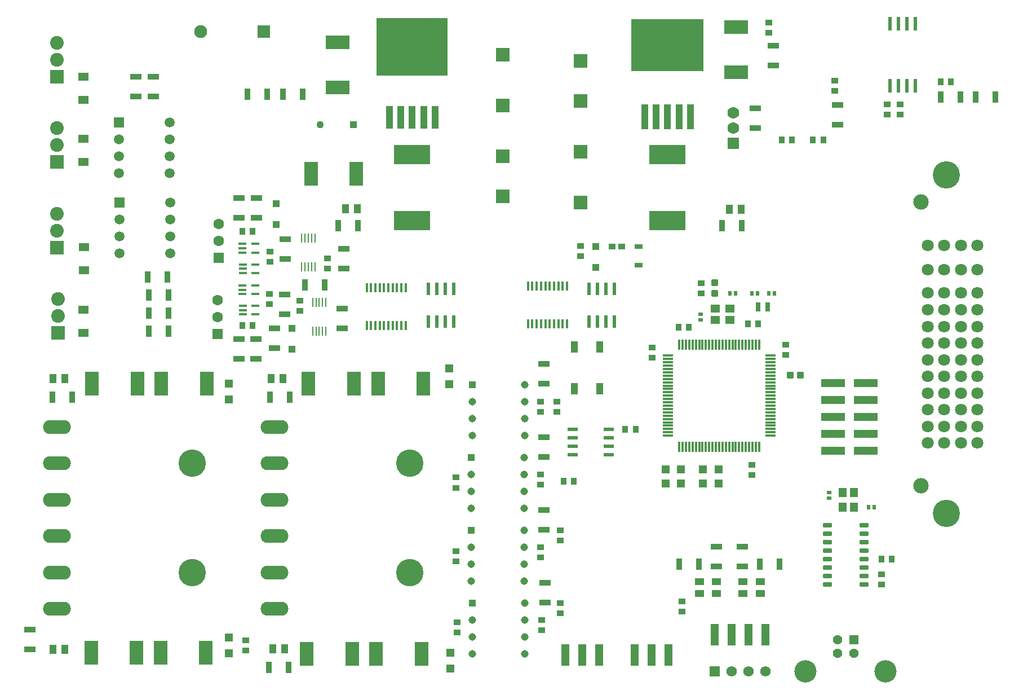
<source format=gbr>
%TF.GenerationSoftware,Altium Limited,Altium Designer,22.2.1 (43)*%
G04 Layer_Color=255*
%FSLAX44Y44*%
%MOMM*%
%TF.SameCoordinates,040CE2E0-B857-4D47-B26F-9B72162B56B4*%
%TF.FilePolarity,Positive*%
%TF.FileFunction,Pads,Top*%
%TF.Part,Single*%
G01*
G75*
%TA.AperFunction,SMDPad,CuDef*%
%ADD10R,0.3556X1.4732*%
G04:AMPARAMS|DCode=11|XSize=0.28mm|YSize=1.56mm|CornerRadius=0.035mm|HoleSize=0mm|Usage=FLASHONLY|Rotation=270.000|XOffset=0mm|YOffset=0mm|HoleType=Round|Shape=RoundedRectangle|*
%AMROUNDEDRECTD11*
21,1,0.2800,1.4900,0,0,270.0*
21,1,0.2100,1.5600,0,0,270.0*
1,1,0.0700,-0.7450,-0.1050*
1,1,0.0700,-0.7450,0.1050*
1,1,0.0700,0.7450,0.1050*
1,1,0.0700,0.7450,-0.1050*
%
%ADD11ROUNDEDRECTD11*%
G04:AMPARAMS|DCode=12|XSize=1.56mm|YSize=0.28mm|CornerRadius=0.035mm|HoleSize=0mm|Usage=FLASHONLY|Rotation=270.000|XOffset=0mm|YOffset=0mm|HoleType=Round|Shape=RoundedRectangle|*
%AMROUNDEDRECTD12*
21,1,1.5600,0.2100,0,0,270.0*
21,1,1.4900,0.2800,0,0,270.0*
1,1,0.0700,-0.1050,-0.7450*
1,1,0.0700,-0.1050,0.7450*
1,1,0.0700,0.1050,0.7450*
1,1,0.0700,0.1050,-0.7450*
%
%ADD12ROUNDEDRECTD12*%
%TA.AperFunction,ConnectorPad*%
%ADD13R,1.2700X3.1750*%
%TA.AperFunction,SMDPad,CuDef*%
%ADD14R,1.1000X1.4500*%
%ADD15R,1.2000X0.8000*%
%ADD16R,0.9800X0.9200*%
%ADD17R,1.0900X1.0800*%
%ADD18R,1.0000X0.9700*%
%ADD19R,1.2700X3.1800*%
%ADD20R,1.0000X1.7000*%
%ADD21R,0.5588X1.9812*%
%ADD22R,0.9200X0.9800*%
%ADD23R,1.1500X1.1500*%
%ADD24R,1.7300X0.9700*%
%ADD25R,0.2800X1.4700*%
%ADD26R,0.9700X1.7300*%
G04:AMPARAMS|DCode=27|XSize=1.19mm|YSize=0.4mm|CornerRadius=0.05mm|HoleSize=0mm|Usage=FLASHONLY|Rotation=0.000|XOffset=0mm|YOffset=0mm|HoleType=Round|Shape=RoundedRectangle|*
%AMROUNDEDRECTD27*
21,1,1.1900,0.3000,0,0,0.0*
21,1,1.0900,0.4000,0,0,0.0*
1,1,0.1000,0.5450,-0.1500*
1,1,0.1000,-0.5450,-0.1500*
1,1,0.1000,-0.5450,0.1500*
1,1,0.1000,0.5450,0.1500*
%
%ADD27ROUNDEDRECTD27*%
%ADD28R,0.5700X2.0200*%
%ADD29R,5.4000X2.9000*%
%ADD30R,2.0000X3.6000*%
%ADD31R,2.0000X2.0000*%
%ADD32R,3.6000X2.0000*%
%ADD33R,0.6400X0.6000*%
%ADD34R,0.6000X0.6400*%
G04:AMPARAMS|DCode=35|XSize=0.94mm|YSize=1.02mm|CornerRadius=0.094mm|HoleSize=0mm|Usage=FLASHONLY|Rotation=270.000|XOffset=0mm|YOffset=0mm|HoleType=Round|Shape=RoundedRectangle|*
%AMROUNDEDRECTD35*
21,1,0.9400,0.8320,0,0,270.0*
21,1,0.7520,1.0200,0,0,270.0*
1,1,0.1880,-0.4160,-0.3760*
1,1,0.1880,-0.4160,0.3760*
1,1,0.1880,0.4160,0.3760*
1,1,0.1880,0.4160,-0.3760*
%
%ADD35ROUNDEDRECTD35*%
%ADD36R,0.7500X1.4000*%
G04:AMPARAMS|DCode=37|XSize=0.94mm|YSize=1.02mm|CornerRadius=0.094mm|HoleSize=0mm|Usage=FLASHONLY|Rotation=180.000|XOffset=0mm|YOffset=0mm|HoleType=Round|Shape=RoundedRectangle|*
%AMROUNDEDRECTD37*
21,1,0.9400,0.8320,0,0,180.0*
21,1,0.7520,1.0200,0,0,180.0*
1,1,0.1880,-0.3760,0.4160*
1,1,0.1880,0.3760,0.4160*
1,1,0.1880,0.3760,-0.4160*
1,1,0.1880,-0.3760,-0.4160*
%
%ADD37ROUNDEDRECTD37*%
%ADD38R,3.6800X1.2700*%
%ADD39R,1.2000X1.4000*%
G04:AMPARAMS|DCode=40|XSize=1.31mm|YSize=0.62mm|CornerRadius=0.0775mm|HoleSize=0mm|Usage=FLASHONLY|Rotation=180.000|XOffset=0mm|YOffset=0mm|HoleType=Round|Shape=RoundedRectangle|*
%AMROUNDEDRECTD40*
21,1,1.3100,0.4650,0,0,180.0*
21,1,1.1550,0.6200,0,0,180.0*
1,1,0.1550,-0.5775,0.2325*
1,1,0.1550,0.5775,0.2325*
1,1,0.1550,0.5775,-0.2325*
1,1,0.1550,-0.5775,-0.2325*
%
%ADD40ROUNDEDRECTD40*%
%ADD41R,1.5600X0.6200*%
%ADD42R,0.9900X3.7900*%
%ADD43R,10.8400X7.8800*%
%ADD44R,1.0000X3.4000*%
%ADD45R,10.7000X8.6000*%
%ADD46R,1.5000X1.2500*%
%ADD47R,1.1500X1.1500*%
%ADD48R,1.4500X1.1000*%
%ADD49R,1.4000X1.2000*%
%TA.AperFunction,ComponentPad*%
%ADD56C,4.0894*%
%ADD57C,2.3114*%
%ADD58C,1.8034*%
%ADD59C,1.5600*%
%ADD60R,1.5600X1.5600*%
%ADD61C,1.9500*%
%ADD62R,1.9500X1.9500*%
%ADD63C,1.1400*%
%ADD64R,1.1400X1.1400*%
%ADD65C,4.1148*%
%ADD66O,4.1910X2.0955*%
%ADD67C,1.7700*%
%ADD68R,1.7700X1.7700*%
%ADD69C,1.6050*%
%ADD70R,1.6050X1.6050*%
%ADD71C,1.4986*%
%ADD72R,1.4986X1.4986*%
%ADD73R,1.1000X1.1000*%
%ADD74C,1.1000*%
%ADD75C,2.0550*%
%ADD76R,2.0550X2.0550*%
%ADD77R,1.4280X1.4280*%
%ADD78C,1.4280*%
%ADD79C,3.3460*%
D10*
X783844Y851408D02*
D03*
X790194D02*
D03*
X796798D02*
D03*
X803402D02*
D03*
X809752D02*
D03*
X816356D02*
D03*
X822706D02*
D03*
X829310D02*
D03*
X835914D02*
D03*
X842264D02*
D03*
Y795020D02*
D03*
X835914D02*
D03*
X829310D02*
D03*
X822706D02*
D03*
X816356D02*
D03*
X809752D02*
D03*
X803402D02*
D03*
X796798D02*
D03*
X790194D02*
D03*
X783844D02*
D03*
X1026160Y797306D02*
D03*
X1032510D02*
D03*
X1039114D02*
D03*
X1045718D02*
D03*
X1052068D02*
D03*
X1058672D02*
D03*
X1065022D02*
D03*
X1071626D02*
D03*
X1078230D02*
D03*
X1084580D02*
D03*
Y853694D02*
D03*
X1078230D02*
D03*
X1071626D02*
D03*
X1065022D02*
D03*
X1058672D02*
D03*
X1052068D02*
D03*
X1045718D02*
D03*
X1039114D02*
D03*
X1032510D02*
D03*
X1026160D02*
D03*
D11*
X1236380Y749610D02*
D03*
Y744610D02*
D03*
Y739610D02*
D03*
Y734610D02*
D03*
Y729610D02*
D03*
Y724610D02*
D03*
Y719610D02*
D03*
Y714610D02*
D03*
Y709610D02*
D03*
Y704610D02*
D03*
Y699610D02*
D03*
Y694610D02*
D03*
Y689610D02*
D03*
Y684610D02*
D03*
Y679610D02*
D03*
Y674610D02*
D03*
Y669610D02*
D03*
Y664610D02*
D03*
Y659610D02*
D03*
Y654610D02*
D03*
Y649610D02*
D03*
Y644610D02*
D03*
Y639610D02*
D03*
Y634610D02*
D03*
Y629610D02*
D03*
X1389980D02*
D03*
Y634610D02*
D03*
Y639610D02*
D03*
Y644610D02*
D03*
Y649610D02*
D03*
Y654610D02*
D03*
Y659610D02*
D03*
Y664610D02*
D03*
Y669610D02*
D03*
Y674610D02*
D03*
Y679610D02*
D03*
Y684610D02*
D03*
Y689610D02*
D03*
Y694610D02*
D03*
Y699610D02*
D03*
Y704610D02*
D03*
Y709610D02*
D03*
Y714610D02*
D03*
Y719610D02*
D03*
Y724610D02*
D03*
Y729610D02*
D03*
Y734610D02*
D03*
Y739610D02*
D03*
Y744610D02*
D03*
Y749610D02*
D03*
D12*
X1373180Y766410D02*
D03*
X1368180D02*
D03*
X1363180D02*
D03*
X1358180D02*
D03*
X1353180D02*
D03*
X1348180D02*
D03*
X1343180D02*
D03*
X1338180D02*
D03*
X1333180D02*
D03*
X1328180D02*
D03*
X1323180D02*
D03*
X1318180D02*
D03*
X1313180D02*
D03*
X1308180D02*
D03*
X1303180D02*
D03*
X1298180D02*
D03*
X1293180D02*
D03*
X1288180D02*
D03*
X1283180D02*
D03*
X1278180D02*
D03*
X1273180D02*
D03*
X1268180D02*
D03*
X1263180D02*
D03*
X1258180D02*
D03*
X1253180D02*
D03*
Y612810D02*
D03*
X1258180D02*
D03*
X1263180D02*
D03*
X1268180D02*
D03*
X1273180D02*
D03*
X1278180D02*
D03*
X1283180D02*
D03*
X1288180D02*
D03*
X1293180D02*
D03*
X1298180D02*
D03*
X1303180D02*
D03*
X1308180D02*
D03*
X1313180D02*
D03*
X1318180D02*
D03*
X1323180D02*
D03*
X1328180D02*
D03*
X1333180D02*
D03*
X1338180D02*
D03*
X1343180D02*
D03*
X1348180D02*
D03*
X1353180D02*
D03*
X1358180D02*
D03*
X1363180D02*
D03*
X1368180D02*
D03*
X1373180D02*
D03*
D13*
X1383030Y330700D02*
D03*
X1357630D02*
D03*
X1332230D02*
D03*
X1306830D02*
D03*
D14*
X1328310Y969010D02*
D03*
X1346310D02*
D03*
X769730Y970280D02*
D03*
X751730D02*
D03*
X639970Y715010D02*
D03*
X657970D02*
D03*
X312310D02*
D03*
X330310D02*
D03*
X330420Y308610D02*
D03*
X312420D02*
D03*
X660510Y309880D02*
D03*
X642510D02*
D03*
D15*
X1192530Y885190D02*
D03*
Y913190D02*
D03*
D16*
X1104900Y899030D02*
D03*
Y914530D02*
D03*
X683260Y831980D02*
D03*
Y816480D02*
D03*
X637540Y842140D02*
D03*
Y826640D02*
D03*
X725170Y879980D02*
D03*
Y895480D02*
D03*
X638810Y905640D02*
D03*
Y890140D02*
D03*
X1584960Y1111120D02*
D03*
Y1126620D02*
D03*
X1565910Y1111120D02*
D03*
Y1126620D02*
D03*
X1362710Y585600D02*
D03*
Y570100D02*
D03*
X1388110Y1249810D02*
D03*
Y1234310D02*
D03*
X1487170Y1146680D02*
D03*
Y1162180D02*
D03*
X1286510Y843150D02*
D03*
Y858650D02*
D03*
X1413510Y765940D02*
D03*
Y750440D02*
D03*
X1557020Y406270D02*
D03*
Y421770D02*
D03*
X601980Y307210D02*
D03*
Y322710D02*
D03*
X1045210Y556130D02*
D03*
Y571630D02*
D03*
X1074420Y472310D02*
D03*
Y487810D02*
D03*
X1045210Y462410D02*
D03*
Y446910D02*
D03*
X1046480Y353190D02*
D03*
Y337690D02*
D03*
X1074420Y363090D02*
D03*
Y378590D02*
D03*
X1257300Y381130D02*
D03*
Y365630D02*
D03*
X918210Y440690D02*
D03*
Y456190D02*
D03*
X1212850Y762130D02*
D03*
Y746630D02*
D03*
X1045210Y665350D02*
D03*
Y680850D02*
D03*
X1069340D02*
D03*
Y665350D02*
D03*
X919480Y333880D02*
D03*
Y349380D02*
D03*
X918210Y551180D02*
D03*
Y566680D02*
D03*
D17*
X1127760Y882140D02*
D03*
Y913640D02*
D03*
X671830Y758950D02*
D03*
Y790450D02*
D03*
X647700Y977650D02*
D03*
Y946150D02*
D03*
D18*
X1166860Y913130D02*
D03*
X1152160D02*
D03*
D19*
X1186180Y300450D02*
D03*
X1211580D02*
D03*
X1236980D02*
D03*
X1132840D02*
D03*
X1107440D02*
D03*
X1082040D02*
D03*
D20*
X1134060Y763020D02*
D03*
Y700020D02*
D03*
X1096060D02*
D03*
Y763020D02*
D03*
D21*
X1155700Y800862D02*
D03*
X1143000D02*
D03*
X1130300D02*
D03*
X1117600D02*
D03*
Y850138D02*
D03*
X1130300D02*
D03*
X1143000D02*
D03*
X1155700D02*
D03*
X876300D02*
D03*
X889000D02*
D03*
X901700D02*
D03*
X914400D02*
D03*
Y800862D02*
D03*
X901700D02*
D03*
X889000D02*
D03*
X876300D02*
D03*
D22*
X1556890Y444500D02*
D03*
X1572390D02*
D03*
X1094870Y561340D02*
D03*
X1079370D02*
D03*
X612270Y935990D02*
D03*
X596770D02*
D03*
X1645920Y1160780D02*
D03*
X1661420D02*
D03*
X1454020Y1073150D02*
D03*
X1469520D02*
D03*
X1422530D02*
D03*
X1407030D02*
D03*
X1267590Y792480D02*
D03*
X1252090D02*
D03*
X1356230Y797560D02*
D03*
X1371730D02*
D03*
X1172080Y638810D02*
D03*
X1187580D02*
D03*
X596770Y795020D02*
D03*
X612270D02*
D03*
D23*
X1312230Y557530D02*
D03*
X1288730D02*
D03*
Y579120D02*
D03*
X1312230D02*
D03*
X1232530D02*
D03*
X1256030D02*
D03*
Y557530D02*
D03*
X1232530D02*
D03*
D24*
X746760Y819980D02*
D03*
Y790380D02*
D03*
X660400Y841570D02*
D03*
Y811970D02*
D03*
X749300Y909710D02*
D03*
Y880110D02*
D03*
X661670Y924120D02*
D03*
Y894520D02*
D03*
X1490980Y1126050D02*
D03*
Y1096450D02*
D03*
X1367790Y1120970D02*
D03*
Y1091370D02*
D03*
X1394460Y1185350D02*
D03*
Y1214950D02*
D03*
X1050290Y707390D02*
D03*
Y736990D02*
D03*
X645160Y790770D02*
D03*
Y761170D02*
D03*
X617220Y774260D02*
D03*
Y744660D02*
D03*
X591820D02*
D03*
Y774260D02*
D03*
X618490Y986350D02*
D03*
Y956750D02*
D03*
X591820Y986350D02*
D03*
Y956750D02*
D03*
X463550Y1138360D02*
D03*
Y1167960D02*
D03*
X436880Y1138360D02*
D03*
Y1167960D02*
D03*
X278130Y338650D02*
D03*
Y309050D02*
D03*
X1050290Y597340D02*
D03*
Y626940D02*
D03*
Y488120D02*
D03*
Y517720D02*
D03*
X1051560Y378900D02*
D03*
Y408500D02*
D03*
X1348280Y463220D02*
D03*
Y433620D02*
D03*
X1308910Y463220D02*
D03*
Y433620D02*
D03*
D25*
X702470Y829220D02*
D03*
X707470D02*
D03*
X712470D02*
D03*
X717470D02*
D03*
X722470D02*
D03*
Y786220D02*
D03*
X717470D02*
D03*
X712470D02*
D03*
X707470D02*
D03*
X702470D02*
D03*
X705960Y882740D02*
D03*
X700960D02*
D03*
X695960D02*
D03*
X690960D02*
D03*
X685960D02*
D03*
Y925740D02*
D03*
X690960D02*
D03*
X695960D02*
D03*
X700960D02*
D03*
X705960D02*
D03*
D26*
X720920Y855980D02*
D03*
X691320D02*
D03*
X1698430Y1137920D02*
D03*
X1728030D02*
D03*
X1675960D02*
D03*
X1646360D02*
D03*
X740850Y944880D02*
D03*
X770450D02*
D03*
X1347030D02*
D03*
X1317430D02*
D03*
X658300Y1141730D02*
D03*
X687900D02*
D03*
X604960D02*
D03*
X634560D02*
D03*
X668410Y687070D02*
D03*
X638810D02*
D03*
X311590D02*
D03*
X341190D02*
D03*
X636710Y281940D02*
D03*
X666310D02*
D03*
X1404180Y436990D02*
D03*
X1374580D02*
D03*
X1253470Y436990D02*
D03*
X1283070D02*
D03*
X456370Y786130D02*
D03*
X485970D02*
D03*
Y840317D02*
D03*
X456370D02*
D03*
X485970Y813223D02*
D03*
X456370D02*
D03*
X455100Y867410D02*
D03*
X484700D02*
D03*
D27*
X616660Y824380D02*
D03*
Y811380D02*
D03*
X597460D02*
D03*
Y817880D02*
D03*
Y824380D02*
D03*
X616100Y854860D02*
D03*
Y841860D02*
D03*
X596900D02*
D03*
Y848360D02*
D03*
Y854860D02*
D03*
X616660Y886610D02*
D03*
Y873610D02*
D03*
X597460D02*
D03*
Y880110D02*
D03*
Y886610D02*
D03*
X616100Y917240D02*
D03*
Y904240D02*
D03*
X596900D02*
D03*
Y910740D02*
D03*
Y917240D02*
D03*
D28*
X1569720Y1248220D02*
D03*
X1582420D02*
D03*
X1595120D02*
D03*
X1607820D02*
D03*
Y1154620D02*
D03*
X1595120D02*
D03*
X1582420D02*
D03*
X1569720D02*
D03*
D29*
X852170Y1051530D02*
D03*
Y952530D02*
D03*
X1235710Y1051530D02*
D03*
Y952530D02*
D03*
D30*
X768060Y1022350D02*
D03*
X700060D02*
D03*
X543270Y707390D02*
D03*
X475270D02*
D03*
X371130D02*
D03*
X439130D02*
D03*
X797850Y302260D02*
D03*
X865850D02*
D03*
X761710D02*
D03*
X693710D02*
D03*
X474000Y303530D02*
D03*
X542000D02*
D03*
X437860D02*
D03*
X369860D02*
D03*
X696250Y707390D02*
D03*
X764250D02*
D03*
X800630D02*
D03*
X868630D02*
D03*
D31*
X1104900Y979270D02*
D03*
Y1055270D02*
D03*
X988060Y988540D02*
D03*
Y1048540D02*
D03*
X1104900Y1132050D02*
D03*
Y1192050D02*
D03*
X988060Y1125420D02*
D03*
Y1201420D02*
D03*
D32*
X1338580Y1243040D02*
D03*
Y1175040D02*
D03*
X740410Y1152180D02*
D03*
Y1220180D02*
D03*
D33*
X1285240Y803460D02*
D03*
Y811980D02*
D03*
X1478280Y544010D02*
D03*
Y535490D02*
D03*
D34*
X1329240Y843280D02*
D03*
X1337760D02*
D03*
X1370780D02*
D03*
X1362260D02*
D03*
X1387660D02*
D03*
X1396180D02*
D03*
X1537520Y521970D02*
D03*
X1546040D02*
D03*
D35*
X1306830Y858800D02*
D03*
Y843000D02*
D03*
D36*
X1386470Y822960D02*
D03*
X1371970D02*
D03*
D37*
X1435380Y720090D02*
D03*
X1419580D02*
D03*
D38*
X1533510Y607060D02*
D03*
X1484010D02*
D03*
X1533510Y632460D02*
D03*
X1484010D02*
D03*
X1533510Y657860D02*
D03*
X1484010D02*
D03*
X1533510Y683260D02*
D03*
X1484010D02*
D03*
X1533510Y708660D02*
D03*
X1484010D02*
D03*
D39*
X1498990Y544400D02*
D03*
Y522400D02*
D03*
X1515990D02*
D03*
Y544400D02*
D03*
D40*
X1476180Y406400D02*
D03*
Y419100D02*
D03*
X1531180Y495300D02*
D03*
X1476180Y482600D02*
D03*
X1531180D02*
D03*
Y457200D02*
D03*
X1476180Y495300D02*
D03*
X1531180Y469900D02*
D03*
X1476180D02*
D03*
Y457200D02*
D03*
Y431800D02*
D03*
X1531180Y444500D02*
D03*
Y431800D02*
D03*
Y406400D02*
D03*
X1476180Y444500D02*
D03*
X1531180Y419100D02*
D03*
D41*
X1147070Y638810D02*
D03*
Y626110D02*
D03*
Y613410D02*
D03*
Y600710D02*
D03*
X1093470D02*
D03*
Y613410D02*
D03*
Y626110D02*
D03*
Y638810D02*
D03*
D42*
X1201710Y1108210D02*
D03*
X1218710D02*
D03*
X1235710D02*
D03*
X1252710D02*
D03*
X1269710D02*
D03*
D43*
X1235710Y1215710D02*
D03*
D44*
X818170Y1107440D02*
D03*
X835170D02*
D03*
X852170D02*
D03*
X869170D02*
D03*
X886170D02*
D03*
D45*
X852170Y1213440D02*
D03*
D46*
X358140Y1167870D02*
D03*
Y1133370D02*
D03*
Y1040660D02*
D03*
Y1075160D02*
D03*
X359410Y912600D02*
D03*
Y878100D02*
D03*
X358140Y818620D02*
D03*
Y784120D02*
D03*
D47*
X576580Y684210D02*
D03*
Y707710D02*
D03*
X909320Y280350D02*
D03*
Y303850D02*
D03*
X576580Y303210D02*
D03*
Y326710D02*
D03*
X908050Y707070D02*
D03*
Y730570D02*
D03*
D48*
X1375410Y410430D02*
D03*
Y392430D02*
D03*
X1348741Y410430D02*
D03*
Y392430D02*
D03*
X1308910Y410430D02*
D03*
Y392430D02*
D03*
X1283510Y410320D02*
D03*
Y392320D02*
D03*
D49*
X1329260Y820030D02*
D03*
X1307260D02*
D03*
Y803030D02*
D03*
X1329260D02*
D03*
D56*
X1654556Y1021080D02*
D03*
Y513080D02*
D03*
D57*
X1616202Y979932D02*
D03*
Y553974D02*
D03*
D58*
X1701038Y915416D02*
D03*
X1676146D02*
D03*
X1651000D02*
D03*
X1626108D02*
D03*
X1701038Y878586D02*
D03*
X1676146D02*
D03*
X1651000D02*
D03*
X1626108D02*
D03*
X1701038Y843534D02*
D03*
X1676146D02*
D03*
X1651000D02*
D03*
X1626108D02*
D03*
X1701038Y818388D02*
D03*
X1676146D02*
D03*
X1651000D02*
D03*
X1626108D02*
D03*
X1701038Y793496D02*
D03*
X1676146D02*
D03*
X1651000D02*
D03*
X1626108D02*
D03*
X1701038Y768604D02*
D03*
X1676146D02*
D03*
X1651000D02*
D03*
X1626108D02*
D03*
X1701038Y743458D02*
D03*
X1676146D02*
D03*
X1651000D02*
D03*
X1626108D02*
D03*
X1701038Y718566D02*
D03*
X1676146D02*
D03*
X1651000D02*
D03*
X1626108D02*
D03*
X1701038Y693420D02*
D03*
X1676146D02*
D03*
X1651000D02*
D03*
X1626108D02*
D03*
X1701038Y668528D02*
D03*
X1676146D02*
D03*
X1651000D02*
D03*
X1626108D02*
D03*
X1701038Y643382D02*
D03*
X1676146D02*
D03*
X1651000D02*
D03*
X1626108D02*
D03*
X1701038Y618490D02*
D03*
X1676146D02*
D03*
X1651000D02*
D03*
X1626108D02*
D03*
D59*
X1383030Y275590D02*
D03*
X1357630D02*
D03*
X1332230D02*
D03*
D60*
X1306830D02*
D03*
D61*
X534010Y1235710D02*
D03*
D62*
X629310D02*
D03*
D63*
X1021410Y706120D02*
D03*
Y680720D02*
D03*
Y655320D02*
D03*
Y629920D02*
D03*
X942010D02*
D03*
Y655320D02*
D03*
Y680720D02*
D03*
X1020140Y596900D02*
D03*
Y571500D02*
D03*
Y546100D02*
D03*
Y520700D02*
D03*
X940740D02*
D03*
Y546100D02*
D03*
Y571500D02*
D03*
Y462280D02*
D03*
Y436880D02*
D03*
Y411480D02*
D03*
X1020140D02*
D03*
Y436880D02*
D03*
Y462280D02*
D03*
Y487680D02*
D03*
X942010Y353060D02*
D03*
Y327660D02*
D03*
Y302260D02*
D03*
X1021410D02*
D03*
Y327660D02*
D03*
Y353060D02*
D03*
Y378460D02*
D03*
D64*
X942010Y706120D02*
D03*
X940740Y596900D02*
D03*
Y487680D02*
D03*
X942010Y378460D02*
D03*
D65*
X848360Y588010D02*
D03*
Y424180D02*
D03*
X521970Y588010D02*
D03*
Y424180D02*
D03*
D66*
X645160Y533400D02*
D03*
Y588010D02*
D03*
Y642620D02*
D03*
Y369570D02*
D03*
Y424180D02*
D03*
Y478790D02*
D03*
X318770Y533400D02*
D03*
Y588010D02*
D03*
Y642620D02*
D03*
Y478790D02*
D03*
Y424180D02*
D03*
Y369570D02*
D03*
D67*
X1334770Y1113730D02*
D03*
Y1090930D02*
D03*
D68*
Y1068130D02*
D03*
D69*
X560070Y833120D02*
D03*
Y807720D02*
D03*
X561340Y947420D02*
D03*
Y922020D02*
D03*
D70*
X560070Y782320D02*
D03*
X561340Y896620D02*
D03*
D71*
X488950Y979170D02*
D03*
Y953770D02*
D03*
Y928370D02*
D03*
Y902970D02*
D03*
X412750D02*
D03*
Y928370D02*
D03*
Y953770D02*
D03*
X487680Y1099820D02*
D03*
Y1074420D02*
D03*
Y1049020D02*
D03*
Y1023620D02*
D03*
X411480D02*
D03*
Y1049020D02*
D03*
Y1074420D02*
D03*
D72*
X412750Y979170D02*
D03*
X411480Y1099820D02*
D03*
D73*
X764140Y1096010D02*
D03*
D74*
X714140D02*
D03*
D75*
X320040Y834340D02*
D03*
Y808990D02*
D03*
X318770Y962594D02*
D03*
Y937243D02*
D03*
Y1090847D02*
D03*
Y1065497D02*
D03*
Y1219100D02*
D03*
Y1193750D02*
D03*
D76*
X320040Y783640D02*
D03*
X318770Y911893D02*
D03*
Y1040147D02*
D03*
Y1168400D02*
D03*
D77*
X1515670Y323166D02*
D03*
D78*
X1490670D02*
D03*
Y303165D02*
D03*
X1515670D02*
D03*
D79*
X1442970Y276066D02*
D03*
X1563370D02*
D03*
%TF.MD5,f68520029f407b77ace73d0fb8da724e*%
M02*

</source>
